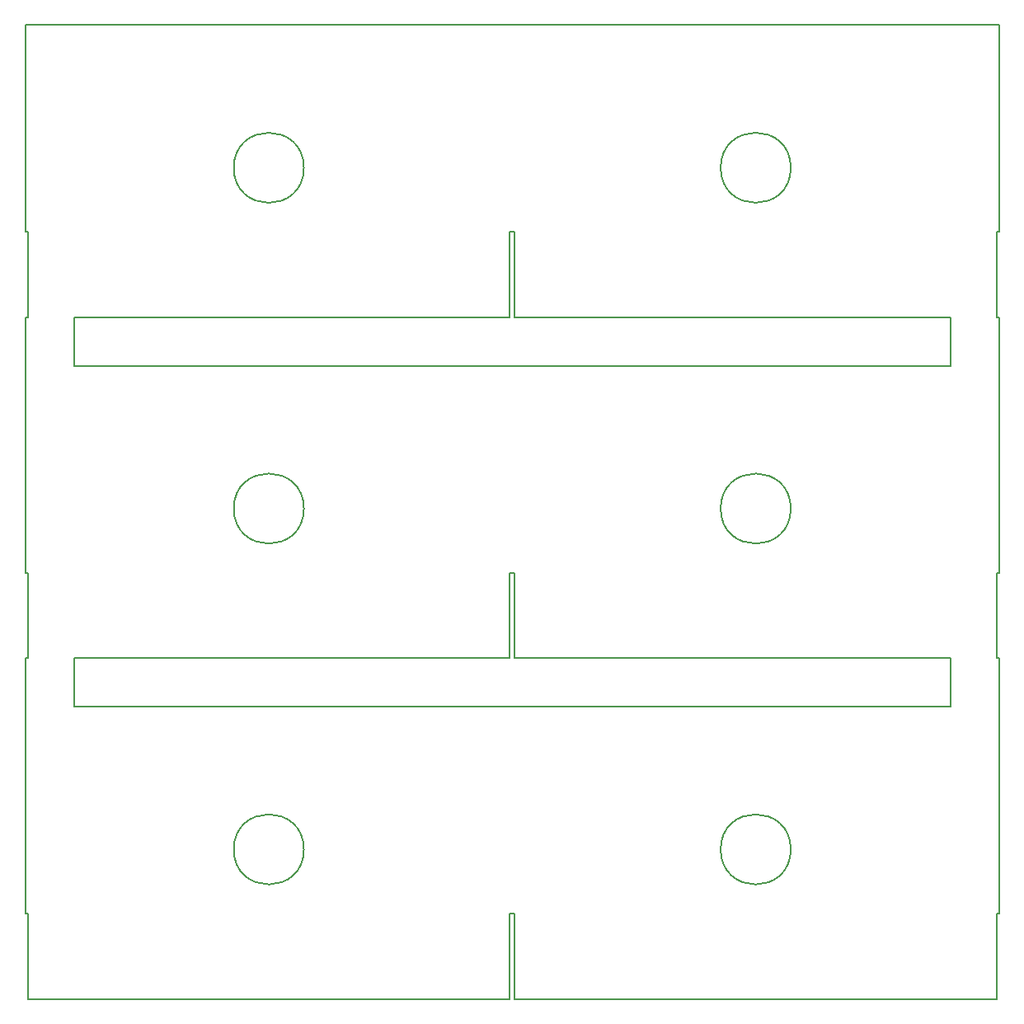
<source format=gbr>
G04 #@! TF.GenerationSoftware,KiCad,Pcbnew,(5.0.0)*
G04 #@! TF.CreationDate,2018-11-06T18:31:01+09:00*
G04 #@! TF.ProjectId,mbc1cartridge_test,6D6263316361727472696467655F7465,rev?*
G04 #@! TF.SameCoordinates,Original*
G04 #@! TF.FileFunction,Profile,NP*
%FSLAX46Y46*%
G04 Gerber Fmt 4.6, Leading zero omitted, Abs format (unit mm)*
G04 Created by KiCad (PCBNEW (5.0.0)) date 11/06/18 18:31:01*
%MOMM*%
%LPD*%
G01*
G04 APERTURE LIST*
%ADD10C,0.150000*%
%ADD11C,0.200000*%
G04 APERTURE END LIST*
D10*
X155000000Y-80000000D02*
X111000000Y-80000000D01*
X155000000Y-85000000D02*
X155000000Y-80000000D01*
X65000000Y-85000000D02*
X155000000Y-85000000D01*
X65000000Y-80000000D02*
X65000000Y-85000000D01*
X109000000Y-80000000D02*
X65000000Y-80000000D01*
X65000000Y-115000000D02*
X65000000Y-120000000D01*
X109750000Y-115000000D02*
X65000000Y-115000000D01*
X111000000Y-115000000D02*
X110250000Y-115000000D01*
X155000000Y-115000000D02*
X111000000Y-115000000D01*
X155000000Y-120000000D02*
X155000000Y-115000000D01*
X65000000Y-120000000D02*
X155000000Y-120000000D01*
X109750000Y-80000000D02*
X109000000Y-80000000D01*
X110250000Y-80000000D02*
X111000000Y-80000000D01*
X60000000Y-115000000D02*
X60000000Y-120000000D01*
X60250000Y-115000000D02*
X60000000Y-115000000D01*
X60000000Y-80000000D02*
X60000000Y-85000000D01*
X60250000Y-80000000D02*
X60000000Y-80000000D01*
X160000000Y-115000000D02*
X160000000Y-120000000D01*
X159750000Y-115000000D02*
X160000000Y-115000000D01*
X160000000Y-80000000D02*
X160000000Y-85000000D01*
X159750000Y-80000000D02*
X160000000Y-80000000D01*
X110250000Y-71250000D02*
X110000000Y-71250000D01*
X110250000Y-80000000D02*
X110250000Y-71250000D01*
D11*
X110000000Y-50000000D02*
X160000000Y-50000000D01*
D10*
X159750000Y-71250000D02*
X160000000Y-71250000D01*
X160000000Y-50000000D02*
X160000000Y-71250000D01*
X138600000Y-64650000D02*
G75*
G03X138600000Y-64650000I-3600000J0D01*
G01*
X159750000Y-80000000D02*
X159750000Y-71250000D01*
X110250000Y-106250000D02*
X110000000Y-106250000D01*
X110250000Y-115000000D02*
X110250000Y-106250000D01*
X159750000Y-106250000D02*
X160000000Y-106250000D01*
X160000000Y-85000000D02*
X160000000Y-106250000D01*
X138600000Y-99650000D02*
G75*
G03X138600000Y-99650000I-3600000J0D01*
G01*
X159750000Y-115000000D02*
X159750000Y-106250000D01*
X110250000Y-141250000D02*
X110000000Y-141250000D01*
X110250000Y-150000000D02*
X110250000Y-141250000D01*
X159750000Y-141250000D02*
X160000000Y-141250000D01*
X110250000Y-150000000D02*
X159750000Y-150000000D01*
X160000000Y-120000000D02*
X160000000Y-141250000D01*
X138600000Y-134650000D02*
G75*
G03X138600000Y-134650000I-3600000J0D01*
G01*
X159750000Y-150000000D02*
X159750000Y-141250000D01*
X60250000Y-71250000D02*
X60000000Y-71250000D01*
X60250000Y-80000000D02*
X60250000Y-71250000D01*
D11*
X60000000Y-50000000D02*
X110000000Y-50000000D01*
D10*
X109750000Y-71250000D02*
X110000000Y-71250000D01*
X60000000Y-71250000D02*
X60000000Y-50000000D01*
X88600000Y-64650000D02*
G75*
G03X88600000Y-64650000I-3600000J0D01*
G01*
X109750000Y-80000000D02*
X109750000Y-71250000D01*
X60250000Y-106250000D02*
X60000000Y-106250000D01*
X60250000Y-115000000D02*
X60250000Y-106250000D01*
X109750000Y-106250000D02*
X110000000Y-106250000D01*
X60000000Y-106250000D02*
X60000000Y-85000000D01*
X88600000Y-99650000D02*
G75*
G03X88600000Y-99650000I-3600000J0D01*
G01*
X109750000Y-115000000D02*
X109750000Y-106250000D01*
X109750000Y-141250000D02*
X110000000Y-141250000D01*
X60000000Y-141250000D02*
X60000000Y-120000000D01*
X60250000Y-141250000D02*
X60000000Y-141250000D01*
X60250000Y-150000000D02*
X60250000Y-141250000D01*
X109750000Y-150000000D02*
X109750000Y-141250000D01*
X60250000Y-150000000D02*
X109750000Y-150000000D01*
X88600000Y-134650000D02*
G75*
G03X88600000Y-134650000I-3600000J0D01*
G01*
M02*

</source>
